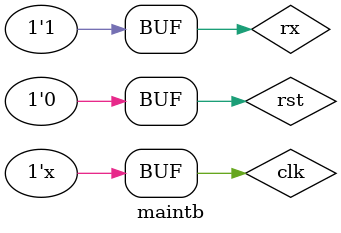
<source format=v>
module maintb;
        
        reg clk;
        reg rst;
        reg rx;
        
        wire tx;
        wire receiving;
        wire received;
        wire transmitting;
        wire transmitted;
        wire [7:0] data_received;
        wire [7:0] data;
        wire [15:0] counter;
        wire baud_tick;
        wire [3:0] countt;
        wire [3:0] countr;
        
        top_module mod1(clk,rst,rx,tx,receiving,received,transmitting,
                        transmitted,data_received,data,counter,baud_tick,
                        countt,countr);
                        
       always #5 clk <= ~clk;
       
       initial begin
            clk=0;rst=1;rx=1;
            #2 rst =0;
            
            // for A - 01000001
            // for B - 01000010
            #30000 rx=0; // start bit
            #8675 rx=1;
            #8675 rx=0;
            #8675 rx=0;
            #8675 rx=0;
            #8675 rx=0;
            #8675 rx=0;
            #8675 rx=1;
            #8675 rx=0;
            
            #8675 rx=1; // ideally
            
            #108075
            #30000 rx=0; // start bit
            #8675 rx=0;
            #8675 rx=1;
            #8675 rx=0;
            #8675 rx=0;
            #8675 rx=0;
            #8675 rx=0;
            #8675 rx=1;
            #8675 rx=0;
            
            #8675 rx=1; // ideally
      end
     
endmodule
</source>
